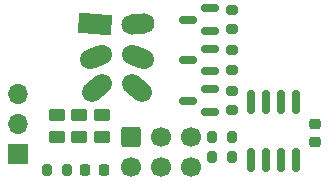
<source format=gts>
G04 #@! TF.GenerationSoftware,KiCad,Pcbnew,7.0.9*
G04 #@! TF.CreationDate,2025-02-16T20:28:53+01:00*
G04 #@! TF.ProjectId,sao_pcb,73616f5f-7063-4622-9e6b-696361645f70,rev?*
G04 #@! TF.SameCoordinates,Original*
G04 #@! TF.FileFunction,Soldermask,Top*
G04 #@! TF.FilePolarity,Negative*
%FSLAX46Y46*%
G04 Gerber Fmt 4.6, Leading zero omitted, Abs format (unit mm)*
G04 Created by KiCad (PCBNEW 7.0.9) date 2025-02-16 20:28:53*
%MOMM*%
%LPD*%
G01*
G04 APERTURE LIST*
G04 Aperture macros list*
%AMRoundRect*
0 Rectangle with rounded corners*
0 $1 Rounding radius*
0 $2 $3 $4 $5 $6 $7 $8 $9 X,Y pos of 4 corners*
0 Add a 4 corners polygon primitive as box body*
4,1,4,$2,$3,$4,$5,$6,$7,$8,$9,$2,$3,0*
0 Add four circle primitives for the rounded corners*
1,1,$1+$1,$2,$3*
1,1,$1+$1,$4,$5*
1,1,$1+$1,$6,$7*
1,1,$1+$1,$8,$9*
0 Add four rect primitives between the rounded corners*
20,1,$1+$1,$2,$3,$4,$5,0*
20,1,$1+$1,$4,$5,$6,$7,0*
20,1,$1+$1,$6,$7,$8,$9,0*
20,1,$1+$1,$8,$9,$2,$3,0*%
%AMHorizOval*
0 Thick line with rounded ends*
0 $1 width*
0 $2 $3 position (X,Y) of the first rounded end (center of the circle)*
0 $4 $5 position (X,Y) of the second rounded end (center of the circle)*
0 Add line between two ends*
20,1,$1,$2,$3,$4,$5,0*
0 Add two circle primitives to create the rounded ends*
1,1,$1,$2,$3*
1,1,$1,$4,$5*%
%AMRotRect*
0 Rectangle, with rotation*
0 The origin of the aperture is its center*
0 $1 length*
0 $2 width*
0 $3 Rotation angle, in degrees counterclockwise*
0 Add horizontal line*
21,1,$1,$2,0,0,$3*%
G04 Aperture macros list end*
%ADD10RotRect,2.800000X1.700000X355.000000*%
%ADD11HorizOval,1.700000X0.547907X0.047936X-0.547907X-0.047936X0*%
%ADD12HorizOval,1.700000X0.509951X0.206034X-0.509951X-0.206034X0*%
%ADD13HorizOval,1.700000X0.509951X-0.206034X-0.509951X0.206034X0*%
%ADD14HorizOval,1.700000X0.421324X0.353533X-0.421324X-0.353533X0*%
%ADD15HorizOval,1.700000X0.421324X-0.353533X-0.421324X0.353533X0*%
%ADD16C,1.700000*%
%ADD17RoundRect,0.250000X-0.600000X0.600000X-0.600000X-0.600000X0.600000X-0.600000X0.600000X0.600000X0*%
%ADD18RoundRect,0.250000X0.450000X-0.262500X0.450000X0.262500X-0.450000X0.262500X-0.450000X-0.262500X0*%
%ADD19RoundRect,0.150000X0.587500X0.150000X-0.587500X0.150000X-0.587500X-0.150000X0.587500X-0.150000X0*%
%ADD20RoundRect,0.225000X-0.250000X0.225000X-0.250000X-0.225000X0.250000X-0.225000X0.250000X0.225000X0*%
%ADD21RoundRect,0.200000X-0.275000X0.200000X-0.275000X-0.200000X0.275000X-0.200000X0.275000X0.200000X0*%
%ADD22RoundRect,0.225000X-0.225000X-0.250000X0.225000X-0.250000X0.225000X0.250000X-0.225000X0.250000X0*%
%ADD23RoundRect,0.200000X-0.200000X-0.275000X0.200000X-0.275000X0.200000X0.275000X-0.200000X0.275000X0*%
%ADD24RoundRect,0.150000X-0.150000X0.825000X-0.150000X-0.825000X0.150000X-0.825000X0.150000X0.825000X0*%
%ADD25O,1.700000X1.700000*%
%ADD26R,1.700000X1.700000*%
G04 APERTURE END LIST*
D10*
X149452093Y-75635030D03*
D11*
X153087907Y-75635030D03*
D12*
X149490049Y-78429000D03*
D13*
X153049951Y-78429000D03*
D14*
X149578676Y-81116499D03*
D15*
X152961324Y-81116499D03*
D16*
X157535000Y-87740000D03*
X157535000Y-85200000D03*
X154995000Y-87740000D03*
X154995000Y-85200000D03*
X152455000Y-87740000D03*
D17*
X152455000Y-85200000D03*
D18*
X150000000Y-83400000D03*
X150000000Y-85225000D03*
X148100000Y-85212500D03*
X148100000Y-83387500D03*
X146200000Y-83387500D03*
X146200000Y-85212500D03*
D19*
X159200000Y-76250000D03*
X159200000Y-74350000D03*
X157325000Y-75300000D03*
D20*
X168065000Y-84125000D03*
X168065000Y-85675000D03*
D21*
X161062500Y-74475000D03*
X161062500Y-76125000D03*
D22*
X148625000Y-88000000D03*
X150175000Y-88000000D03*
D21*
X161062500Y-81325000D03*
X161062500Y-82975000D03*
D23*
X161025000Y-85200000D03*
X159375000Y-85200000D03*
D21*
X161062500Y-77875000D03*
X161062500Y-79525000D03*
D23*
X161025000Y-86900000D03*
X159375000Y-86900000D03*
D24*
X166470000Y-82225000D03*
X165200000Y-82225000D03*
X163930000Y-82225000D03*
X162660000Y-82225000D03*
X162660000Y-87175000D03*
X163930000Y-87175000D03*
X165200000Y-87175000D03*
X166470000Y-87175000D03*
D19*
X157325000Y-78700000D03*
X159200000Y-77750000D03*
X159200000Y-79650000D03*
D25*
X142900000Y-81620000D03*
X142900000Y-84160000D03*
D26*
X142900000Y-86700000D03*
D23*
X147025000Y-88000000D03*
X145375000Y-88000000D03*
D19*
X159200000Y-83100000D03*
X159200000Y-81200000D03*
X157325000Y-82150000D03*
M02*

</source>
